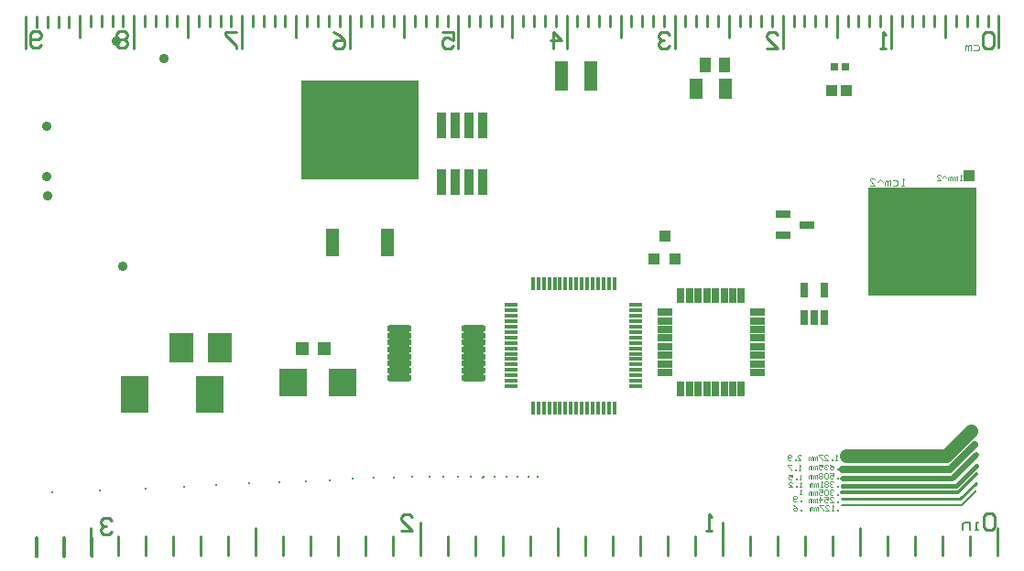
<source format=gbs>
G04 Layer_Color=8150272*
%FSLAX24Y24*%
%MOIN*%
G70*
G01*
G75*
%ADD13C,0.0100*%
%ADD39C,0.0250*%
%ADD40C,0.0200*%
%ADD41C,0.0050*%
%ADD42C,0.0150*%
%ADD43C,0.0500*%
%ADD44C,0.0049*%
%ADD45C,0.0039*%
%ADD47R,0.0394X0.0394*%
%ADD54C,0.0080*%
%ADD57C,0.0356*%
%ADD58C,0.0120*%
%ADD59C,0.0070*%
%ADD60R,0.3937X0.3937*%
%ADD61R,0.0280X0.0580*%
%ADD62R,0.0533X0.0316*%
%ADD63R,0.0395X0.0434*%
%ADD64R,0.1025X0.1379*%
%ADD65R,0.0986X0.0986*%
%ADD66O,0.0907X0.0257*%
%ADD67R,0.0867X0.1064*%
%ADD68R,0.0493X0.1025*%
%ADD69R,0.4273X0.3584*%
%ADD70R,0.0474X0.0474*%
%ADD71R,0.0513X0.1104*%
%ADD72R,0.0513X0.0749*%
%ADD73R,0.0320X0.0950*%
%ADD74R,0.0167X0.0474*%
%ADD75R,0.0474X0.0167*%
%ADD76R,0.0395X0.0552*%
%ADD77R,0.0395X0.0434*%
%ADD78R,0.0316X0.0277*%
%ADD79R,0.0580X0.0300*%
%ADD80R,0.0300X0.0580*%
D13*
X44484Y12815D02*
Y12815D01*
X44484Y13130D02*
X44484D01*
X43453Y12937D02*
X43508Y12980D01*
X45244Y10846D02*
X45244Y9863D01*
X44917Y29114D02*
Y29508D01*
X44524Y29114D02*
Y29508D01*
X44130Y29114D02*
Y29508D01*
X43736Y29114D02*
Y29508D01*
X43343Y28720D02*
Y29508D01*
X43244Y9863D02*
Y10563D01*
X42949Y29114D02*
Y29508D01*
X42555Y29114D02*
Y29508D01*
X42244Y9863D02*
Y10563D01*
X42161Y29114D02*
Y29508D01*
X41768Y29114D02*
Y29508D01*
X41244Y9863D02*
Y10563D01*
X41374Y28327D02*
Y29508D01*
X40980Y29114D02*
Y29508D01*
X40193Y29114D02*
Y29508D01*
X40587Y29114D02*
Y29508D01*
X39406Y28720D02*
Y29508D01*
X39799Y29114D02*
Y29508D01*
X39244Y9863D02*
Y10563D01*
X38618Y29114D02*
Y29508D01*
X39012Y29114D02*
Y29508D01*
X38244Y9863D02*
Y10563D01*
X37831Y29114D02*
Y29508D01*
X38224Y29114D02*
Y29508D01*
X37244Y9863D02*
Y10563D01*
X37437Y28327D02*
Y29508D01*
X37043Y29114D02*
Y29508D01*
X36256Y29114D02*
Y29508D01*
X36650Y29114D02*
Y29508D01*
X35469Y28720D02*
Y29508D01*
X35862Y29114D02*
Y29508D01*
X35244Y9863D02*
Y11063D01*
X34681Y29114D02*
Y29508D01*
X35075Y29114D02*
Y29508D01*
X34244Y9863D02*
Y10563D01*
X33894Y29114D02*
Y29508D01*
X34287Y29114D02*
Y29508D01*
X33244Y9863D02*
Y10563D01*
X33500Y28327D02*
Y29508D01*
X33106Y29114D02*
Y29508D01*
X32319Y29114D02*
Y29508D01*
X32713Y29114D02*
Y29508D01*
X31532Y28720D02*
Y29508D01*
X31925Y29114D02*
Y29508D01*
X31244Y9863D02*
Y10563D01*
X30744Y29114D02*
Y29508D01*
X31138Y29114D02*
Y29508D01*
X30244Y9863D02*
Y10563D01*
X29957Y29114D02*
Y29508D01*
X30350Y29114D02*
Y29508D01*
X29244Y9863D02*
Y10863D01*
X29169Y29114D02*
Y29508D01*
X28382Y29114D02*
Y29508D01*
X27594Y28720D02*
Y29508D01*
X27244Y9863D02*
Y10563D01*
X26807Y29114D02*
Y29508D01*
X26244Y9863D02*
Y10563D01*
X26020Y29114D02*
Y29508D01*
X25244Y9863D02*
Y10563D01*
X25232Y29114D02*
Y29508D01*
X24445Y29114D02*
Y29508D01*
X23264Y29114D02*
Y29508D01*
X23657Y28720D02*
Y29508D01*
X23244Y9863D02*
Y10563D01*
X22476Y29114D02*
Y29508D01*
X22870Y29114D02*
Y29508D01*
X22244Y9863D02*
Y10563D01*
X22083Y29114D02*
Y29508D01*
X21689Y28327D02*
Y29508D01*
X21244Y9863D02*
Y10563D01*
X20902Y29114D02*
Y29508D01*
X21295Y29114D02*
Y29508D01*
X20114Y29114D02*
Y29508D01*
X20508Y29114D02*
Y29508D01*
X19327Y29114D02*
Y29508D01*
X19720Y28720D02*
Y29508D01*
X19244Y9863D02*
Y10563D01*
X18539Y29114D02*
Y29508D01*
X18933Y29114D02*
Y29508D01*
X18244Y9863D02*
Y10863D01*
X18146Y29114D02*
Y29508D01*
X17752Y28327D02*
Y29508D01*
X17244Y9863D02*
Y10563D01*
X16965Y29114D02*
Y29508D01*
X17358Y29114D02*
Y29508D01*
X16177Y29114D02*
Y29508D01*
X16571Y29114D02*
Y29508D01*
X15390Y29114D02*
Y29508D01*
X15783Y28720D02*
Y29508D01*
X15244Y9863D02*
Y10563D01*
X14602Y29114D02*
Y29508D01*
X14996Y29114D02*
Y29508D01*
X14244Y9863D02*
Y10563D01*
X14260Y9863D02*
Y10563D01*
X13815Y28327D02*
Y29508D01*
X14209Y29114D02*
Y29508D01*
X13260Y9863D02*
Y10563D01*
X13421Y29114D02*
Y29508D01*
X13028Y29114D02*
Y29508D01*
X12634Y29114D02*
Y29508D01*
X12240Y29114D02*
Y29508D01*
X11846Y28720D02*
Y29508D01*
X43894Y11909D02*
X44484Y12500D01*
X44244Y9863D02*
Y10563D01*
X40244Y9863D02*
Y10863D01*
X36244Y9863D02*
Y10563D01*
X32244Y9863D02*
Y10563D01*
X28244Y9863D02*
Y10563D01*
X29563Y28327D02*
Y29508D01*
X27988Y29114D02*
Y29508D01*
X28776Y29114D02*
Y29508D01*
X25626Y28327D02*
Y29508D01*
X26413Y29114D02*
Y29508D01*
X27201Y29114D02*
Y29508D01*
X24839Y29114D02*
Y29508D01*
X24244Y9863D02*
Y11063D01*
X24051Y29114D02*
Y29508D01*
X20244Y9863D02*
Y10563D01*
X16244Y9863D02*
Y10563D01*
X12260Y9863D02*
Y10863D01*
X39563Y11909D02*
X43894D01*
X11280Y9832D02*
Y10532D01*
X11264Y9832D02*
Y10532D01*
X12264Y9832D02*
Y10532D01*
X10276Y9832D02*
Y10532D01*
X10260Y9832D02*
Y10532D01*
X11260Y9832D02*
Y10532D01*
X10276Y29102D02*
Y29496D01*
X9882Y28315D02*
Y29496D01*
X11063Y29102D02*
Y29496D01*
X10669Y29102D02*
Y29496D01*
X11850Y28709D02*
Y29496D01*
X11457Y29102D02*
Y29496D01*
X45268Y28350D02*
Y29532D01*
X10449Y28450D02*
X10349Y28350D01*
X10149D01*
X10049Y28450D01*
Y28850D01*
X10149Y28950D01*
X10349D01*
X10449Y28850D01*
Y28750D01*
X10349Y28650D01*
X10049D01*
X41177Y28327D02*
X40977D01*
X41077D01*
Y28927D01*
X41177Y28827D01*
X29066Y28327D02*
Y28927D01*
X29366Y28627D01*
X28966D01*
X25029Y28927D02*
X25429D01*
Y28627D01*
X25229Y28727D01*
X25129D01*
X25029Y28627D01*
Y28427D01*
X25129Y28327D01*
X25329D01*
X25429Y28427D01*
X21092Y28927D02*
X21292Y28827D01*
X21492Y28627D01*
Y28427D01*
X21392Y28327D01*
X21192D01*
X21092Y28427D01*
Y28527D01*
X21192Y28627D01*
X21492D01*
X23545Y10764D02*
X23945D01*
X23545Y11164D01*
Y11264D01*
X23645Y11364D01*
X23845D01*
X23945Y11264D01*
X45114Y28827D02*
X45014Y28927D01*
X44814D01*
X44714Y28827D01*
Y28427D01*
X44814Y28327D01*
X45014D01*
X45114Y28427D01*
Y28827D01*
X33303D02*
X33203Y28927D01*
X33003D01*
X32903Y28827D01*
Y28727D01*
X33003Y28627D01*
X33103D01*
X33003D01*
X32903Y28527D01*
Y28427D01*
X33003Y28327D01*
X33203D01*
X33303Y28427D01*
X17555Y28927D02*
X17155D01*
Y28827D01*
X17555Y28427D01*
Y28327D01*
X13000Y11106D02*
X12900Y11206D01*
X12700D01*
X12600Y11106D01*
Y11006D01*
X12700Y10906D01*
X12800D01*
X12700D01*
X12600Y10806D01*
Y10706D01*
X12700Y10606D01*
X12900D01*
X13000Y10706D01*
X45154Y11279D02*
X45054Y11379D01*
X44854D01*
X44754Y11279D01*
Y10879D01*
X44854Y10780D01*
X45054D01*
X45154Y10879D01*
Y11279D01*
X34843Y10764D02*
X34643D01*
X34743D01*
Y11364D01*
X34843Y11264D01*
X36840Y28327D02*
X37240D01*
X36840Y28727D01*
Y28827D01*
X36940Y28927D01*
X37140D01*
X37240Y28827D01*
X13579Y28866D02*
X13479Y28966D01*
X13279D01*
X13179Y28866D01*
Y28766D01*
X13279Y28666D01*
X13179Y28566D01*
Y28466D01*
X13279Y28366D01*
X13479D01*
X13579Y28466D01*
Y28566D01*
X13479Y28666D01*
X13579Y28766D01*
Y28866D01*
X13479Y28666D02*
X13279D01*
D39*
X39602Y12980D02*
X43508D01*
X44402Y13874D01*
D40*
X39602Y12657D02*
X43618D01*
X44484Y13524D01*
D41*
X39563Y11673D02*
X39563Y11673D01*
X43933D02*
X44484Y12224D01*
X39563Y11673D02*
X43933D01*
D42*
X43736Y12382D02*
X44484Y13130D01*
X39602Y12382D02*
X43736D01*
D43*
X39760Y13480D02*
X43370D01*
X44274Y14384D01*
D44*
X44366Y28445D02*
X44514D01*
X44563Y28396D01*
Y28297D01*
X44514Y28248D01*
X44366D01*
X44268D02*
Y28445D01*
X44219D01*
X44169Y28396D01*
Y28248D01*
Y28396D01*
X44120Y28445D01*
X44071Y28396D01*
Y28248D01*
X41846Y23327D02*
X41755D01*
X41801D01*
Y23602D01*
X41846Y23556D01*
X41433Y23510D02*
X41571D01*
X41617Y23465D01*
Y23373D01*
X41571Y23327D01*
X41433D01*
X41341D02*
Y23510D01*
X41295D01*
X41250Y23465D01*
Y23327D01*
Y23465D01*
X41204Y23510D01*
X41158Y23465D01*
Y23327D01*
X41066Y23465D02*
X40974Y23556D01*
X40882Y23465D01*
X40607Y23327D02*
X40790D01*
X40607Y23510D01*
Y23556D01*
X40653Y23602D01*
X40744D01*
X40790Y23556D01*
D45*
X38110Y11492D02*
Y11525D01*
X38077D01*
Y11492D01*
X38110D01*
X37815Y11689D02*
X37881Y11656D01*
X37946Y11591D01*
Y11525D01*
X37913Y11492D01*
X37848D01*
X37815Y11525D01*
Y11558D01*
X37848Y11591D01*
X37946D01*
X38102Y12071D02*
X38037D01*
X38070D01*
Y12268D01*
X38102Y12235D01*
Y11811D02*
Y11844D01*
X38070D01*
Y11811D01*
X38102D01*
X37938Y11844D02*
X37906Y11811D01*
X37840D01*
X37807Y11844D01*
Y11975D01*
X37840Y12008D01*
X37906D01*
X37938Y11975D01*
Y11942D01*
X37906Y11909D01*
X37807D01*
X39445Y11476D02*
Y11509D01*
X39412D01*
Y11476D01*
X39445D01*
X39281D02*
X39215D01*
X39248D01*
Y11673D01*
X39281Y11640D01*
X38986Y11476D02*
X39117D01*
X38986Y11608D01*
Y11640D01*
X39019Y11673D01*
X39084D01*
X39117Y11640D01*
X38920Y11673D02*
X38789D01*
Y11640D01*
X38920Y11509D01*
Y11476D01*
X38723D02*
Y11608D01*
X38691D01*
X38658Y11575D01*
Y11476D01*
Y11575D01*
X38625Y11608D01*
X38592Y11575D01*
Y11476D01*
X38527D02*
Y11608D01*
X38494D01*
X38461Y11575D01*
Y11476D01*
Y11575D01*
X38428Y11608D01*
X38395Y11575D01*
Y11476D01*
X39445Y12067D02*
Y12100D01*
X39412D01*
Y12067D01*
X39445D01*
X39281Y12231D02*
X39248Y12264D01*
X39183D01*
X39150Y12231D01*
Y12198D01*
X39183Y12165D01*
X39215D01*
X39183D01*
X39150Y12133D01*
Y12100D01*
X39183Y12067D01*
X39248D01*
X39281Y12100D01*
X39084Y12231D02*
X39051Y12264D01*
X38986D01*
X38953Y12231D01*
Y12100D01*
X38986Y12067D01*
X39051D01*
X39084Y12100D01*
Y12231D01*
X38756Y12264D02*
X38887D01*
Y12165D01*
X38822Y12198D01*
X38789D01*
X38756Y12165D01*
Y12100D01*
X38789Y12067D01*
X38855D01*
X38887Y12100D01*
X38691Y12067D02*
Y12198D01*
X38658D01*
X38625Y12165D01*
Y12067D01*
Y12165D01*
X38592Y12198D01*
X38559Y12165D01*
Y12067D01*
X38494D02*
Y12198D01*
X38461D01*
X38428Y12165D01*
Y12067D01*
Y12165D01*
X38395Y12198D01*
X38363Y12165D01*
Y12067D01*
X39445Y12657D02*
Y12690D01*
X39412D01*
Y12657D01*
X39445D01*
X39150Y12854D02*
X39281D01*
Y12756D01*
X39215Y12789D01*
X39183D01*
X39150Y12756D01*
Y12690D01*
X39183Y12657D01*
X39248D01*
X39281Y12690D01*
X39084Y12821D02*
X39051Y12854D01*
X38986D01*
X38953Y12821D01*
Y12690D01*
X38986Y12657D01*
X39051D01*
X39084Y12690D01*
Y12821D01*
X38887D02*
X38855Y12854D01*
X38789D01*
X38756Y12821D01*
Y12789D01*
X38789Y12756D01*
X38756Y12723D01*
Y12690D01*
X38789Y12657D01*
X38855D01*
X38887Y12690D01*
Y12723D01*
X38855Y12756D01*
X38887Y12789D01*
Y12821D01*
X38855Y12756D02*
X38789D01*
X38691Y12657D02*
Y12789D01*
X38658D01*
X38625Y12756D01*
Y12657D01*
Y12756D01*
X38592Y12789D01*
X38559Y12756D01*
Y12657D01*
X38494D02*
Y12789D01*
X38461D01*
X38428Y12756D01*
Y12657D01*
Y12756D01*
X38395Y12789D01*
X38363Y12756D01*
Y12657D01*
X39445Y12972D02*
Y13005D01*
X39412D01*
Y12972D01*
X39445D01*
X39150Y13169D02*
X39215Y13136D01*
X39281Y13071D01*
Y13005D01*
X39248Y12972D01*
X39183D01*
X39150Y13005D01*
Y13038D01*
X39183Y13071D01*
X39281D01*
X39084Y13136D02*
X39051Y13169D01*
X38986D01*
X38953Y13136D01*
Y13104D01*
X38986Y13071D01*
X39019D01*
X38986D01*
X38953Y13038D01*
Y13005D01*
X38986Y12972D01*
X39051D01*
X39084Y13005D01*
X38756Y13169D02*
X38887D01*
Y13071D01*
X38822Y13104D01*
X38789D01*
X38756Y13071D01*
Y13005D01*
X38789Y12972D01*
X38855D01*
X38887Y13005D01*
X38691Y12972D02*
Y13104D01*
X38658D01*
X38625Y13071D01*
Y12972D01*
Y13071D01*
X38592Y13104D01*
X38559Y13071D01*
Y12972D01*
X38494D02*
Y13104D01*
X38461D01*
X38428Y13071D01*
Y12972D01*
Y13071D01*
X38395Y13104D01*
X38363Y13071D01*
Y12972D01*
X38087Y12945D02*
X38021D01*
X38054D01*
Y13142D01*
X38087Y13109D01*
X37923Y12945D02*
Y12978D01*
X37890D01*
Y12945D01*
X37923D01*
X37759Y13142D02*
X37627D01*
Y13109D01*
X37759Y12978D01*
Y12945D01*
X39445Y11791D02*
Y11824D01*
X39412D01*
Y11791D01*
X39445D01*
X39150D02*
X39281D01*
X39150Y11923D01*
Y11955D01*
X39183Y11988D01*
X39248D01*
X39281Y11955D01*
X38953Y11988D02*
X39084D01*
Y11890D01*
X39019Y11923D01*
X38986D01*
X38953Y11890D01*
Y11824D01*
X38986Y11791D01*
X39051D01*
X39084Y11824D01*
X38789Y11791D02*
Y11988D01*
X38887Y11890D01*
X38756D01*
X38691Y11791D02*
Y11923D01*
X38658D01*
X38625Y11890D01*
Y11791D01*
Y11890D01*
X38592Y11923D01*
X38559Y11890D01*
Y11791D01*
X38494D02*
Y11923D01*
X38461D01*
X38428Y11890D01*
Y11791D01*
Y11890D01*
X38395Y11923D01*
X38363Y11890D01*
Y11791D01*
X39445Y12343D02*
Y12375D01*
X39412D01*
Y12343D01*
X39445D01*
X39281Y12507D02*
X39248Y12539D01*
X39183D01*
X39150Y12507D01*
Y12474D01*
X39183Y12441D01*
X39215D01*
X39183D01*
X39150Y12408D01*
Y12375D01*
X39183Y12343D01*
X39248D01*
X39281Y12375D01*
X39084Y12507D02*
X39051Y12539D01*
X38986D01*
X38953Y12507D01*
Y12474D01*
X38986Y12441D01*
X38953Y12408D01*
Y12375D01*
X38986Y12343D01*
X39051D01*
X39084Y12375D01*
Y12408D01*
X39051Y12441D01*
X39084Y12474D01*
Y12507D01*
X39051Y12441D02*
X38986D01*
X38887Y12343D02*
X38822D01*
X38855D01*
Y12539D01*
X38887Y12507D01*
X38723Y12343D02*
Y12474D01*
X38691D01*
X38658Y12441D01*
Y12343D01*
Y12441D01*
X38625Y12474D01*
X38592Y12441D01*
Y12343D01*
X38527D02*
Y12474D01*
X38494D01*
X38461Y12441D01*
Y12343D01*
Y12441D01*
X38428Y12474D01*
X38395Y12441D01*
Y12343D01*
X39413Y13323D02*
X39348D01*
X39381D01*
Y13520D01*
X39413Y13487D01*
X39249Y13323D02*
Y13356D01*
X39217D01*
Y13323D01*
X39249D01*
X38954D02*
X39085D01*
X38954Y13454D01*
Y13487D01*
X38987Y13520D01*
X39053D01*
X39085Y13487D01*
X38889Y13520D02*
X38757D01*
Y13487D01*
X38889Y13356D01*
Y13323D01*
X38692D02*
Y13454D01*
X38659D01*
X38626Y13421D01*
Y13323D01*
Y13421D01*
X38593Y13454D01*
X38561Y13421D01*
Y13323D01*
X38495D02*
Y13454D01*
X38462D01*
X38429Y13421D01*
Y13323D01*
Y13421D01*
X38397Y13454D01*
X38364Y13421D01*
Y13323D01*
X38098Y12339D02*
X38033D01*
X38066D01*
Y12535D01*
X38098Y12503D01*
X37934Y12339D02*
Y12371D01*
X37902D01*
Y12339D01*
X37934D01*
X37639D02*
X37770D01*
X37639Y12470D01*
Y12503D01*
X37672Y12535D01*
X37738D01*
X37770Y12503D01*
X38094Y12606D02*
X38029D01*
X38062D01*
Y12803D01*
X38094Y12770D01*
X37931Y12606D02*
Y12639D01*
X37898D01*
Y12606D01*
X37931D01*
X37635Y12803D02*
X37767D01*
Y12705D01*
X37701Y12737D01*
X37668D01*
X37635Y12705D01*
Y12639D01*
X37668Y12606D01*
X37734D01*
X37767Y12639D01*
X37963Y13315D02*
X38094D01*
X37963Y13446D01*
Y13479D01*
X37996Y13512D01*
X38062D01*
X38094Y13479D01*
X37898Y13315D02*
Y13348D01*
X37865D01*
Y13315D01*
X37898D01*
X37734Y13348D02*
X37701Y13315D01*
X37635D01*
X37603Y13348D01*
Y13479D01*
X37635Y13512D01*
X37701D01*
X37734Y13479D01*
Y13446D01*
X37701Y13413D01*
X37603D01*
X43933Y23524D02*
X43867D01*
X43900D01*
Y23720D01*
X43933Y23688D01*
X43769Y23524D02*
Y23655D01*
X43736D01*
X43703Y23622D01*
Y23524D01*
Y23622D01*
X43671Y23655D01*
X43638Y23622D01*
Y23524D01*
X43572D02*
Y23655D01*
X43540D01*
X43507Y23622D01*
Y23524D01*
Y23622D01*
X43474Y23655D01*
X43441Y23622D01*
Y23524D01*
X43376Y23622D02*
X43310Y23688D01*
X43244Y23622D01*
X43048Y23524D02*
X43179D01*
X43048Y23655D01*
Y23688D01*
X43080Y23720D01*
X43146D01*
X43179Y23688D01*
D47*
X44209Y23681D02*
D03*
D54*
X26512Y12681D02*
D03*
X28520Y12720D02*
D03*
X28165D02*
D03*
X27772D02*
D03*
X27378D02*
D03*
X26945D02*
D03*
X26551D02*
D03*
X26079D02*
D03*
X25606D02*
D03*
X25094D02*
D03*
X24583D02*
D03*
X23953D02*
D03*
X23283Y12681D02*
D03*
X22535D02*
D03*
X21787Y12642D02*
D03*
X20961Y12602D02*
D03*
X20094Y12563D02*
D03*
X19110Y12524D02*
D03*
X18008Y12484D02*
D03*
X16827Y12406D02*
D03*
X15646Y12366D02*
D03*
X14228Y12287D02*
D03*
X12575Y12209D02*
D03*
X10843Y12142D02*
D03*
D57*
X13425Y20394D02*
D03*
X14921Y27953D02*
D03*
X10630Y25472D02*
D03*
X10630Y23661D02*
D03*
X10669Y22953D02*
D03*
X13193Y28594D02*
D03*
D58*
X43815Y12146D02*
X44484Y12815D01*
X39563Y12146D02*
X43815D01*
D59*
X44559Y10780D02*
X44428D01*
X44493D01*
Y11042D01*
X44559D01*
X44231Y10780D02*
Y11042D01*
X44034D01*
X43969Y10976D01*
Y10780D01*
D60*
X42516Y21280D02*
D03*
D61*
X38961Y19520D02*
D03*
X38591Y18520D02*
D03*
X38211Y18520D02*
D03*
X38961D02*
D03*
X38211Y19520D02*
D03*
D62*
X37431Y21528D02*
D03*
Y22276D02*
D03*
X38317Y21902D02*
D03*
D63*
X33130Y21476D02*
D03*
X32756Y20650D02*
D03*
X33504D02*
D03*
D64*
X16581Y15736D02*
D03*
X13844D02*
D03*
D65*
X19626Y16154D02*
D03*
X21398D02*
D03*
D66*
X23468Y16325D02*
D03*
Y16581D02*
D03*
Y16837D02*
D03*
Y17093D02*
D03*
Y17348D02*
D03*
Y17604D02*
D03*
Y17860D02*
D03*
Y18116D02*
D03*
X26185Y16325D02*
D03*
Y16581D02*
D03*
Y16837D02*
D03*
Y17093D02*
D03*
Y17348D02*
D03*
Y17604D02*
D03*
Y17860D02*
D03*
Y18116D02*
D03*
D67*
X15549Y17406D02*
D03*
X16947D02*
D03*
D68*
X23059Y21268D02*
D03*
X21059D02*
D03*
D69*
X22059Y25343D02*
D03*
D70*
X19957Y17382D02*
D03*
X20744D02*
D03*
D71*
X30441Y27311D02*
D03*
X29378D02*
D03*
D72*
X35335Y26854D02*
D03*
X34272D02*
D03*
D73*
X26522Y23462D02*
D03*
X26022D02*
D03*
X25522D02*
D03*
X25022D02*
D03*
Y25522D02*
D03*
X25522D02*
D03*
X26022D02*
D03*
X26522D02*
D03*
D74*
X29917Y15232D02*
D03*
X29720D02*
D03*
X30311D02*
D03*
X30705D02*
D03*
X31098D02*
D03*
X30114D02*
D03*
X30508D02*
D03*
X30902D02*
D03*
X31295D02*
D03*
X29327D02*
D03*
X28933D02*
D03*
X28539D02*
D03*
X28342D02*
D03*
X28736D02*
D03*
X29130D02*
D03*
X29524D02*
D03*
X29720Y19760D02*
D03*
X29917D02*
D03*
X29327D02*
D03*
X28933D02*
D03*
X28539D02*
D03*
X29524D02*
D03*
X29130D02*
D03*
X28736D02*
D03*
X28342D02*
D03*
X30311D02*
D03*
X30705D02*
D03*
X31098D02*
D03*
X31295D02*
D03*
X30902D02*
D03*
X30508D02*
D03*
X30114D02*
D03*
D75*
X27555Y17398D02*
D03*
Y17594D02*
D03*
Y17004D02*
D03*
Y16610D02*
D03*
Y16217D02*
D03*
Y17201D02*
D03*
Y16807D02*
D03*
Y16413D02*
D03*
Y16020D02*
D03*
Y17988D02*
D03*
Y18382D02*
D03*
Y18776D02*
D03*
Y18972D02*
D03*
Y18579D02*
D03*
Y18185D02*
D03*
Y17791D02*
D03*
X32083Y17594D02*
D03*
Y17398D02*
D03*
Y17988D02*
D03*
Y18382D02*
D03*
Y18776D02*
D03*
Y17791D02*
D03*
Y18185D02*
D03*
Y18579D02*
D03*
Y18972D02*
D03*
Y17004D02*
D03*
Y16610D02*
D03*
Y16217D02*
D03*
Y16020D02*
D03*
Y16413D02*
D03*
Y16807D02*
D03*
Y17201D02*
D03*
D76*
X34606Y27736D02*
D03*
X35315D02*
D03*
D77*
X39748Y26783D02*
D03*
X39197D02*
D03*
D78*
X39307Y27665D02*
D03*
X39701D02*
D03*
D79*
X36513Y18717D02*
D03*
Y18402D02*
D03*
Y18087D02*
D03*
Y17772D02*
D03*
Y17457D02*
D03*
Y17142D02*
D03*
Y16827D02*
D03*
Y16512D02*
D03*
X33133D02*
D03*
Y16827D02*
D03*
Y17142D02*
D03*
Y17457D02*
D03*
Y17772D02*
D03*
Y18087D02*
D03*
Y18402D02*
D03*
Y18717D02*
D03*
D80*
X35925Y15924D02*
D03*
X35610D02*
D03*
X35295D02*
D03*
X34980D02*
D03*
X34665D02*
D03*
X34350D02*
D03*
X34035D02*
D03*
X33720D02*
D03*
Y19304D02*
D03*
X34035D02*
D03*
X34350D02*
D03*
X34665D02*
D03*
X34980D02*
D03*
X35295D02*
D03*
X35610D02*
D03*
X35925D02*
D03*
M02*

</source>
